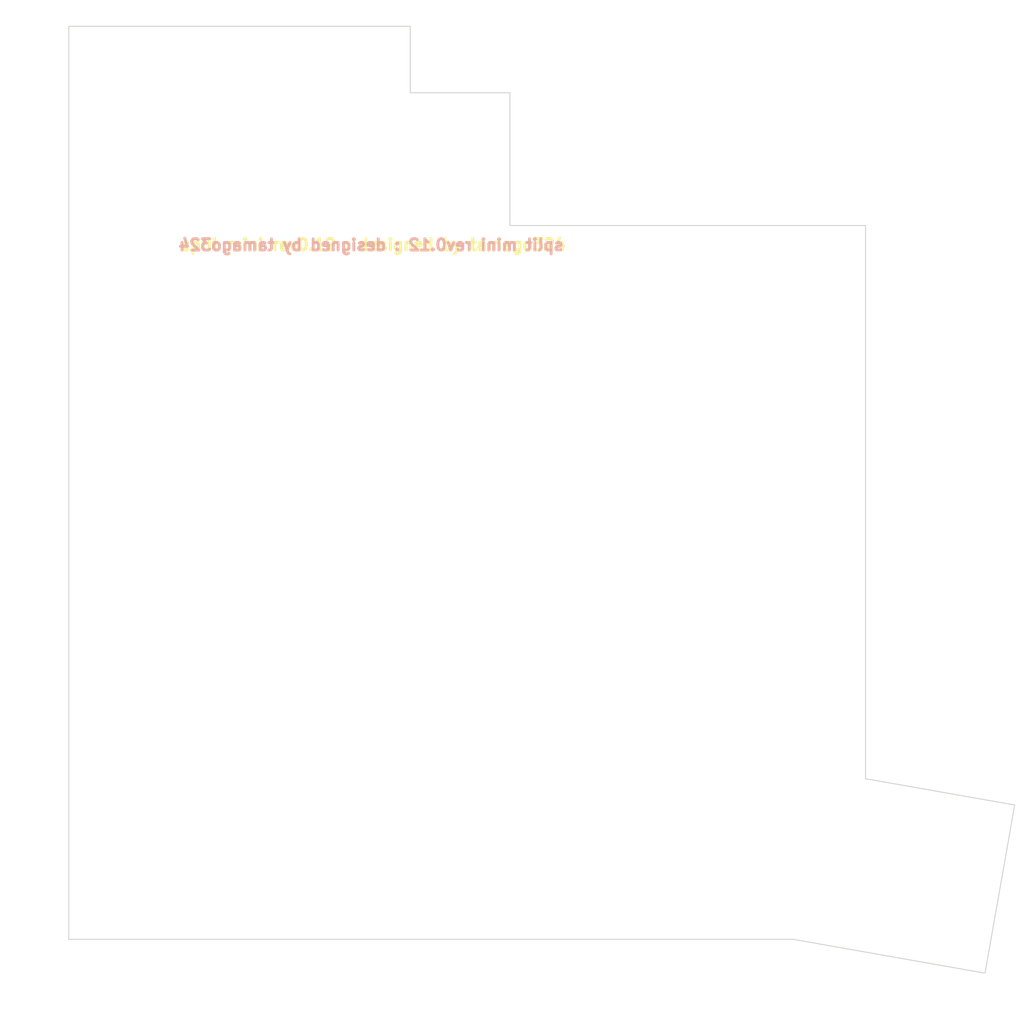
<source format=kicad_pcb>
(kicad_pcb (version 20211014) (generator pcbnew)
  (layers (0 "F.Cu" signal) (31 "B.Cu" signal) (34 "B.Paste" user) (35 "F.Paste" user) (36 "B.SilkS" user "B.Silkscreen") (37 "F.SilkS" user "F.Silkscreen") (38 "B.Mask" user) (39 "F.Mask" user) (44 "Edge.Cuts" user))
  (net 0 "")
  (net 1 "GND")
  (footprint "split-mini:spacer_m2_2.2mm" (layer "F.Cu") (at 94.95 39.775)
    (fp_text reference "HOLE3" hide)
    (fp_text value "Val**" hide)
    (pad "" np_thru_hole circle (at 0 0) (size 2.2 2.2) (drill 2.2) (layers F&B.Cu *.Mask))
  )
  (footprint "split-mini:spacer_m2_2.2mm" (layer "F.Cu") (at 28.925 106.375)
    (fp_text reference "HOLE4" hide)
    (fp_text value "Val*" hide)
    (pad "" np_thru_hole circle (at 0 0) (size 2.2 2.2) (drill 2.2) (layers F&B.Cu *.Mask))
  )
  (footprint "split-mini:spacer_m2_2.2mm" (layer "F.Cu") (at 96.45 102.475)
    (fp_text reference "HOLE2" hide)
    (fp_text value "Val**" hide)
    (pad "" np_thru_hole circle (at 0 0) (size 2.2 2.2) (drill 2.2) (layers F&B.Cu *.Mask))
  )
  (footprint "split-mini:spacer_m2_2.2mm" (layer "F.Cu") (at 28.95 41.375)
    (fp_text reference "HOLE1" hide)
    (fp_text value "Val**" hide)
    (pad "" np_thru_hole circle (at 0 0) (size 2.2 2.2) (drill 2.2) (layers F&B.Cu *.Mask))
  )
  (gr_line (start 66.45 22.475) (end 66.45 36.475) (layer "Edge.Cuts") (width 0.1))
  (gr_line (start 19.95 111.725) (end 96.32318 111.725) (layer "Edge.Cuts") (width 0.1))
  (gr_line (start 103.95 94.792135) (end 103.95 36.475) (layer "Edge.Cuts") (width 0.1))
  (gr_line (start 96.32318 111.725) (end 116.541504 115.290036) (layer "Edge.Cuts") (width 0.1))
  (gr_line (start 66.45 36.475) (end 103.95 36.475) (layer "Edge.Cuts") (width 0.1))
  (gr_line (start 55.95 15.475) (end 55.95 22.475) (layer "Edge.Cuts") (width 0.1))
  (gr_line (start 55.95 15.475) (end 19.95 15.475) (layer "Edge.Cuts") (width 0.1))
  (gr_line (start 116.541504 115.290036) (end 119.667171 97.563496) (layer "Edge.Cuts") (width 0.1))
  (gr_line (start 66.45 22.475) (end 55.95 22.475) (layer "Edge.Cuts") (width 0.1))
  (gr_line (start 119.667171 97.563496) (end 103.95 94.792135) (layer "Edge.Cuts") (width 0.1))
  (gr_line (start 19.95 15.475) (end 19.95 111.725) (layer "Edge.Cuts") (width 0.1))
  (gr_text "split mini rev0.12 : designed by tamago324" (at 51.8 38.525) (layer "B.SilkS") (effects (font (size 1.2 1.2) (thickness 0.3)) (justify mirror)))
  (gr_text "split mini rev0.12 : designed by tamago324" (at 52.05 38.5) (layer "F.SilkS") (effects (font (size 1.2 1.2) (thickness 0.3))))
)
</source>
